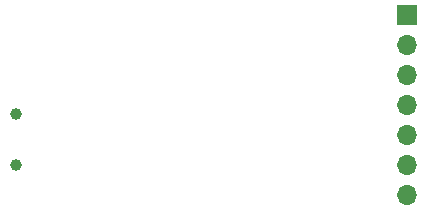
<source format=gbs>
%TF.GenerationSoftware,KiCad,Pcbnew,7.0.7-7.0.7~ubuntu22.04.1*%
%TF.CreationDate,2023-08-24T08:44:54+02:00*%
%TF.ProjectId,esp32-programmer,65737033-322d-4707-926f-6772616d6d65,1*%
%TF.SameCoordinates,Original*%
%TF.FileFunction,Soldermask,Bot*%
%TF.FilePolarity,Negative*%
%FSLAX46Y46*%
G04 Gerber Fmt 4.6, Leading zero omitted, Abs format (unit mm)*
G04 Created by KiCad (PCBNEW 7.0.7-7.0.7~ubuntu22.04.1) date 2023-08-24 08:44:54*
%MOMM*%
%LPD*%
G01*
G04 APERTURE LIST*
%ADD10C,1.000000*%
%ADD11R,1.700000X1.700000*%
%ADD12O,1.700000X1.700000*%
G04 APERTURE END LIST*
D10*
%TO.C,J1*%
X98365000Y-66829500D03*
X98365000Y-71229500D03*
%TD*%
D11*
%TO.C,J2*%
X131445000Y-58483500D03*
D12*
X131445000Y-61023500D03*
X131445000Y-63563500D03*
X131445000Y-66103500D03*
X131445000Y-68643500D03*
X131445000Y-71183500D03*
X131445000Y-73723500D03*
%TD*%
M02*

</source>
